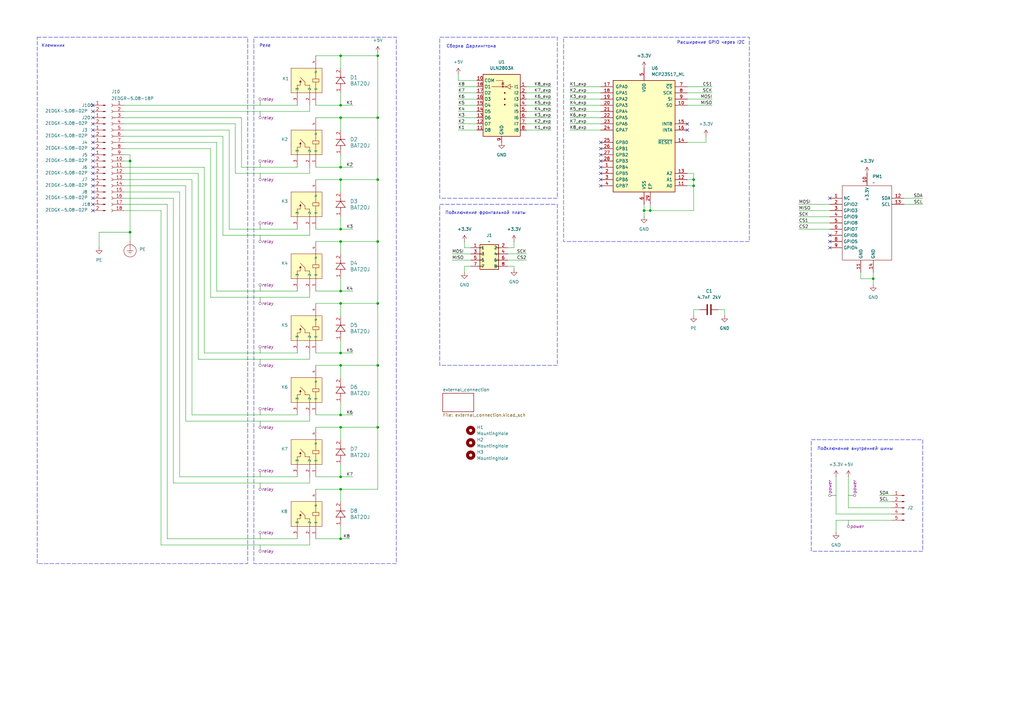
<source format=kicad_sch>
(kicad_sch (version 20231120) (generator "eeschema") (generator_version "8.0")
  (paper "A3")
  (title_block (title "${article} v${version}") (date "2024-05-29") (comment 2 "Konstantin"))
  (junction (at 358.14 114.3))
  (junction (at 154.94 175.26))
  (junction (at 53.34 95.25))
  (junction (at 53.34 66.04))
  (junction (at 154.94 149.86))
  (junction (at 139.7 68.58))
  (junction (at 139.7 170.18))
  (junction (at 154.94 99.06))
  (junction (at 139.7 119.38))
  (junction (at 154.94 73.66))
  (junction (at 139.7 144.78))
  (junction (at 284.48 73.66))
  (junction (at 139.7 124.46))
  (junction (at 139.7 149.86))
  (junction (at 139.7 73.66))
  (junction (at 139.7 43.18))
  (junction (at 154.94 48.26))
  (junction (at 264.16 86.36))
  (junction (at 139.7 48.26))
  (junction (at 139.7 220.98))
  (junction (at 154.94 22.86))
  (junction (at 266.7 86.36))
  (junction (at 139.7 93.98))
  (junction (at 139.7 99.06))
  (junction (at 139.7 22.86))
  (junction (at 139.7 175.26))
  (junction (at 139.7 200.66))
  (junction (at 284.48 76.2))
  (junction (at 139.7 195.58))
  (junction (at 154.94 124.46))
  (no_connect (at 38.1 63.5))
  (no_connect (at 340.36 101.6))
  (no_connect (at 38.1 83.82))
  (no_connect (at 38.1 73.66))
  (no_connect (at 246.38 71.12))
  (no_connect (at 246.38 76.2))
  (no_connect (at 38.1 55.88))
  (no_connect (at 246.38 73.66))
  (no_connect (at 38.1 76.2))
  (no_connect (at 246.38 63.5))
  (no_connect (at 246.38 58.42))
  (no_connect (at 340.36 81.28))
  (no_connect (at 38.1 86.36))
  (no_connect (at 246.38 68.58))
  (no_connect (at 38.1 53.34))
  (no_connect (at 38.1 68.58))
  (no_connect (at 281.94 50.8))
  (no_connect (at 246.38 60.96))
  (no_connect (at 38.1 81.28))
  (no_connect (at 38.1 71.12))
  (no_connect (at 38.1 50.8))
  (no_connect (at 38.1 60.96))
  (no_connect (at 281.94 53.34))
  (no_connect (at 38.1 45.72))
  (no_connect (at 38.1 48.26))
  (no_connect (at 246.38 66.04))
  (no_connect (at 38.1 66.04))
  (no_connect (at 38.1 78.74))
  (no_connect (at 340.36 96.52))
  (no_connect (at 38.1 43.18))
  (no_connect (at 340.36 99.06))
  (no_connect (at 38.1 58.42))
  (wire (pts (xy 139.7 38.1) (xy 139.7 43.18)))
  (wire (pts (xy 342.9 210.82) (xy 365.76 210.82)))
  (wire (pts (xy 281.94 43.18) (xy 292.1 43.18)))
  (wire (pts (xy 127 121.92) (xy 127 119.38)))
  (wire (pts (xy 129.54 124.46) (xy 139.7 124.46)))
  (wire (pts (xy 139.7 165.1) (xy 139.7 170.18)))
  (wire (pts (xy 266.7 86.36) (xy 264.16 86.36)))
  (wire (pts (xy 40.64 95.25) (xy 53.34 95.25)))
  (wire (pts (xy 50.8 66.04) (xy 53.34 66.04)))
  (wire (pts (xy 233.68 40.64) (xy 246.38 40.64)))
  (wire (pts (xy 284.48 76.2) (xy 281.94 76.2)))
  (wire (pts (xy 40.64 101.6) (xy 40.64 95.25)))
  (wire (pts (xy 342.9 213.36) (xy 342.9 218.44)))
  (wire (pts (xy 297.18 129.54) (xy 297.18 127)))
  (wire (pts (xy 347.98 195.58) (xy 347.98 208.28)))
  (wire (pts (xy 284.48 71.12) (xy 284.48 73.66)))
  (wire (pts (xy 50.8 53.34) (xy 93.98 53.34)))
  (wire (pts (xy 139.7 93.98) (xy 144.78 93.98)))
  (wire (pts (xy 93.98 93.98) (xy 93.98 53.34)))
  (wire (pts (xy 154.94 99.06) (xy 154.94 73.66)))
  (wire (pts (xy 284.48 73.66) (xy 284.48 76.2)))
  (wire (pts (xy 139.7 144.78) (xy 144.78 144.78)))
  (wire (pts (xy 154.94 149.86) (xy 154.94 175.26)))
  (wire (pts (xy 53.34 66.04) (xy 53.34 95.25)))
  (wire (pts (xy 281.94 40.64) (xy 292.1 40.64)))
  (wire (pts (xy 127 198.12) (xy 127 195.58)))
  (wire (pts (xy 208.28 101.6) (xy 210.82 101.6)))
  (wire (pts (xy 88.9 119.38) (xy 121.92 119.38)))
  (wire (pts (xy 139.7 200.66) (xy 154.94 200.66)))
  (wire (pts (xy 370.84 81.28) (xy 378.46 81.28)))
  (wire (pts (xy 208.28 106.68) (xy 215.9 106.68)))
  (wire (pts (xy 187.96 33.02) (xy 187.96 30.48)))
  (wire (pts (xy 129.54 68.58) (xy 139.7 68.58)))
  (wire (pts (xy 154.94 22.86) (xy 154.94 48.26)))
  (wire (pts (xy 264.16 83.82) (xy 264.16 86.36)))
  (wire (pts (xy 50.8 73.66) (xy 78.74 73.66)))
  (wire (pts (xy 233.68 50.8) (xy 246.38 50.8)))
  (wire (pts (xy 215.9 40.64) (xy 226.06 40.64)))
  (wire (pts (xy 99.06 48.26) (xy 99.06 68.58)))
  (wire (pts (xy 139.7 22.86) (xy 154.94 22.86)))
  (wire (pts (xy 139.7 175.26) (xy 139.7 180.34)))
  (wire (pts (xy 50.8 43.18) (xy 121.92 43.18)))
  (wire (pts (xy 121.92 68.58) (xy 99.06 68.58)))
  (wire (pts (xy 50.8 45.72) (xy 127 45.72)))
  (wire (pts (xy 86.36 60.96) (xy 86.36 121.92)))
  (wire (pts (xy 187.96 50.8) (xy 195.58 50.8)))
  (wire (pts (xy 233.68 35.56) (xy 246.38 35.56)))
  (wire (pts (xy 327.66 93.98) (xy 340.36 93.98)))
  (wire (pts (xy 139.7 124.46) (xy 154.94 124.46)))
  (wire (pts (xy 342.9 213.36) (xy 365.76 213.36)))
  (wire (pts (xy 50.8 71.12) (xy 81.28 71.12)))
  (wire (pts (xy 287.02 127) (xy 284.48 127)))
  (wire (pts (xy 360.68 203.2) (xy 365.76 203.2)))
  (wire (pts (xy 139.7 124.46) (xy 139.7 129.54)))
  (wire (pts (xy 327.66 88.9) (xy 340.36 88.9)))
  (wire (pts (xy 78.74 170.18) (xy 121.92 170.18)))
  (wire (pts (xy 66.04 223.52) (xy 66.04 86.36)))
  (wire (pts (xy 93.98 93.98) (xy 121.92 93.98)))
  (wire (pts (xy 139.7 114.3) (xy 139.7 119.38)))
  (wire (pts (xy 139.7 190.5) (xy 139.7 195.58)))
  (wire (pts (xy 215.9 35.56) (xy 226.06 35.56)))
  (wire (pts (xy 233.68 53.34) (xy 246.38 53.34)))
  (wire (pts (xy 127 93.98) (xy 127 96.52)))
  (wire (pts (xy 139.7 68.58) (xy 144.78 68.58)))
  (wire (pts (xy 215.9 53.34) (xy 226.06 53.34)))
  (wire (pts (xy 187.96 53.34) (xy 195.58 53.34)))
  (wire (pts (xy 83.82 144.78) (xy 121.92 144.78)))
  (wire (pts (xy 129.54 170.18) (xy 139.7 170.18)))
  (wire (pts (xy 195.58 33.02) (xy 187.96 33.02)))
  (wire (pts (xy 187.96 38.1) (xy 195.58 38.1)))
  (wire (pts (xy 139.7 22.86) (xy 139.7 27.94)))
  (wire (pts (xy 86.36 121.92) (xy 127 121.92)))
  (wire (pts (xy 139.7 119.38) (xy 144.78 119.38)))
  (wire (pts (xy 73.66 78.74) (xy 73.66 195.58)))
  (wire (pts (xy 139.7 220.98) (xy 143.51 220.98)))
  (wire (pts (xy 139.7 48.26) (xy 139.7 53.34)))
  (wire (pts (xy 96.52 50.8) (xy 96.52 71.12)))
  (wire (pts (xy 139.7 73.66) (xy 139.7 78.74)))
  (wire (pts (xy 50.8 58.42) (xy 88.9 58.42)))
  (wire (pts (xy 127 172.72) (xy 127 170.18)))
  (wire (pts (xy 187.96 48.26) (xy 195.58 48.26)))
  (wire (pts (xy 68.58 220.98) (xy 68.58 83.82)))
  (wire (pts (xy 193.04 101.6) (xy 190.5 101.6)))
  (wire (pts (xy 139.7 175.26) (xy 154.94 175.26)))
  (wire (pts (xy 71.12 81.28) (xy 50.8 81.28)))
  (wire (pts (xy 358.14 114.3) (xy 358.14 116.84)))
  (wire (pts (xy 50.8 63.5) (xy 53.34 63.5)))
  (wire (pts (xy 281.94 38.1) (xy 292.1 38.1)))
  (wire (pts (xy 353.06 114.3) (xy 358.14 114.3)))
  (wire (pts (xy 88.9 119.38) (xy 88.9 58.42)))
  (wire (pts (xy 154.94 124.46) (xy 154.94 99.06)))
  (wire (pts (xy 284.48 127) (xy 284.48 129.54)))
  (wire (pts (xy 129.54 200.66) (xy 139.7 200.66)))
  (wire (pts (xy 50.8 78.74) (xy 73.66 78.74)))
  (wire (pts (xy 139.7 43.18) (xy 144.78 43.18)))
  (wire (pts (xy 266.7 86.36) (xy 284.48 86.36)))
  (wire (pts (xy 284.48 76.2) (xy 284.48 86.36)))
  (wire (pts (xy 129.54 43.18) (xy 139.7 43.18)))
  (wire (pts (xy 81.28 147.32) (xy 127 147.32)))
  (wire (pts (xy 139.7 215.9) (xy 139.7 220.98)))
  (wire (pts (xy 289.56 55.88) (xy 289.56 58.42)))
  (wire (pts (xy 210.82 101.6) (xy 210.82 99.06)))
  (wire (pts (xy 91.44 55.88) (xy 91.44 96.52)))
  (wire (pts (xy 281.94 35.56) (xy 292.1 35.56)))
  (wire (pts (xy 129.54 22.86) (xy 139.7 22.86)))
  (wire (pts (xy 129.54 48.26) (xy 139.7 48.26)))
  (wire (pts (xy 78.74 73.66) (xy 78.74 170.18)))
  (wire (pts (xy 154.94 175.26) (xy 154.94 200.66)))
  (wire (pts (xy 187.96 40.64) (xy 195.58 40.64)))
  (wire (pts (xy 139.7 149.86) (xy 139.7 154.94)))
  (wire (pts (xy 327.66 86.36) (xy 340.36 86.36)))
  (wire (pts (xy 185.42 106.68) (xy 193.04 106.68)))
  (wire (pts (xy 233.68 48.26) (xy 246.38 48.26)))
  (wire (pts (xy 193.04 109.22) (xy 190.5 109.22)))
  (wire (pts (xy 187.96 43.18) (xy 195.58 43.18)))
  (wire (pts (xy 370.84 83.82) (xy 378.46 83.82)))
  (wire (pts (xy 297.18 127) (xy 294.64 127)))
  (wire (pts (xy 281.94 71.12) (xy 284.48 71.12)))
  (wire (pts (xy 154.94 21.59) (xy 154.94 22.86)))
  (wire (pts (xy 139.7 195.58) (xy 144.78 195.58)))
  (wire (pts (xy 360.68 205.74) (xy 365.76 205.74)))
  (wire (pts (xy 215.9 38.1) (xy 226.06 38.1)))
  (wire (pts (xy 187.96 45.72) (xy 195.58 45.72)))
  (wire (pts (xy 129.54 99.06) (xy 139.7 99.06)))
  (wire (pts (xy 215.9 50.8) (xy 226.06 50.8)))
  (wire (pts (xy 127 43.18) (xy 127 45.72)))
  (wire (pts (xy 129.54 73.66) (xy 139.7 73.66)))
  (wire (pts (xy 50.8 50.8) (xy 96.52 50.8)))
  (wire (pts (xy 185.42 104.14) (xy 193.04 104.14)))
  (wire (pts (xy 139.7 99.06) (xy 139.7 104.14)))
  (wire (pts (xy 190.5 109.22) (xy 190.5 111.76)))
  (wire (pts (xy 215.9 43.18) (xy 226.06 43.18)))
  (wire (pts (xy 76.2 76.2) (xy 50.8 76.2)))
  (wire (pts (xy 139.7 99.06) (xy 154.94 99.06)))
  (wire (pts (xy 91.44 96.52) (xy 127 96.52)))
  (wire (pts (xy 210.82 109.22) (xy 210.82 110.49)))
  (wire (pts (xy 83.82 68.58) (xy 50.8 68.58)))
  (wire (pts (xy 281.94 73.66) (xy 284.48 73.66)))
  (wire (pts (xy 327.66 91.44) (xy 340.36 91.44)))
  (wire (pts (xy 233.68 43.18) (xy 246.38 43.18)))
  (wire (pts (xy 53.34 95.25) (xy 53.34 99.06)))
  (wire (pts (xy 68.58 220.98) (xy 121.92 220.98)))
  (wire (pts (xy 83.82 144.78) (xy 83.82 68.58)))
  (wire (pts (xy 81.28 71.12) (xy 81.28 147.32)))
  (wire (pts (xy 190.5 101.6) (xy 190.5 99.06)))
  (wire (pts (xy 73.66 195.58) (xy 121.92 195.58)))
  (wire (pts (xy 96.52 71.12) (xy 127 71.12)))
  (wire (pts (xy 139.7 63.5) (xy 139.7 68.58)))
  (wire (pts (xy 139.7 170.18) (xy 144.78 170.18)))
  (wire (pts (xy 53.34 63.5) (xy 53.34 66.04)))
  (wire (pts (xy 50.8 60.96) (xy 86.36 60.96)))
  (wire (pts (xy 208.28 104.14) (xy 215.9 104.14)))
  (wire (pts (xy 50.8 83.82) (xy 68.58 83.82)))
  (wire (pts (xy 139.7 200.66) (xy 139.7 205.74)))
  (wire (pts (xy 50.8 86.36) (xy 66.04 86.36)))
  (wire (pts (xy 154.94 48.26) (xy 154.94 73.66)))
  (wire (pts (xy 127 68.58) (xy 127 71.12)))
  (wire (pts (xy 327.66 83.82) (xy 340.36 83.82)))
  (wire (pts (xy 342.9 195.58) (xy 342.9 210.82)))
  (wire (pts (xy 129.54 149.86) (xy 139.7 149.86)))
  (wire (pts (xy 139.7 48.26) (xy 154.94 48.26)))
  (wire (pts (xy 129.54 144.78) (xy 139.7 144.78)))
  (wire (pts (xy 71.12 198.12) (xy 127 198.12)))
  (wire (pts (xy 129.54 220.98) (xy 139.7 220.98)))
  (wire (pts (xy 233.68 38.1) (xy 246.38 38.1)))
  (wire (pts (xy 347.98 208.28) (xy 365.76 208.28)))
  (wire (pts (xy 139.7 139.7) (xy 139.7 144.78)))
  (wire (pts (xy 358.14 111.76) (xy 358.14 114.3)))
  (wire (pts (xy 154.94 124.46) (xy 154.94 149.86)))
  (wire (pts (xy 71.12 198.12) (xy 71.12 81.28)))
  (wire (pts (xy 139.7 73.66) (xy 154.94 73.66)))
  (wire (pts (xy 129.54 175.26) (xy 139.7 175.26)))
  (wire (pts (xy 266.7 83.82) (xy 266.7 86.36)))
  (wire (pts (xy 215.9 48.26) (xy 226.06 48.26)))
  (wire (pts (xy 139.7 149.86) (xy 154.94 149.86)))
  (wire (pts (xy 187.96 35.56) (xy 195.58 35.56)))
  (wire (pts (xy 215.9 45.72) (xy 226.06 45.72)))
  (wire (pts (xy 233.68 45.72) (xy 246.38 45.72)))
  (wire (pts (xy 289.56 58.42) (xy 281.94 58.42)))
  (wire (pts (xy 127 144.78) (xy 127 147.32)))
  (wire (pts (xy 66.04 223.52) (xy 127 223.52)))
  (wire (pts (xy 76.2 172.72) (xy 127 172.72)))
  (wire (pts (xy 208.28 109.22) (xy 210.82 109.22)))
  (wire (pts (xy 50.8 55.88) (xy 91.44 55.88)))
  (wire (pts (xy 264.16 88.9) (xy 264.16 86.36)))
  (wire (pts (xy 129.54 195.58) (xy 139.7 195.58)))
  (wire (pts (xy 129.54 93.98) (xy 139.7 93.98)))
  (wire (pts (xy 139.7 88.9) (xy 139.7 93.98)))
  (wire (pts (xy 129.54 119.38) (xy 139.7 119.38)))
  (wire (pts (xy 99.06 48.26) (xy 50.8 48.26)))
  (wire (pts (xy 76.2 172.72) (xy 76.2 76.2)))
  (wire (pts (xy 353.06 111.76) (xy 353.06 114.3)))
  (wire (pts (xy 127 223.52) (xy 127 220.98)))
  (rectangle (start 231.14 15.24) (end 307.34 99.06) (stroke (width 0) (type dash)))
  (rectangle (start 180.34 83.82) (end 228.6 149.86) (stroke (width 0) (type dash)))
  (rectangle (start 104.14 15.24) (end 162.56 231.14) (stroke (width 0) (type dash)))
  (rectangle (start 15.24 15.24) (end 101.6 231.14) (stroke (width 0) (type dash)))
  (rectangle (start 332.74 180.34) (end 378.46 226.06) (stroke (width 0) (type dash)))
  (rectangle (start 180.34 15.24) (end 228.6 81.28) (stroke (width 0) (type dash)))
  (text "Расширение GPIO через I2C" (at 291.592 17.526 0) (effects (font (size 1.27 1.27))))
  (text "Реле" (at 108.712 18.796 0) (effects (font (size 1.27 1.27))))
  (text "Сборка Дарлингтона" (at 193.294 19.05 0) (effects (font (size 1.27 1.27))))
  (text "Клеммник" (at 21.844 18.796 0) (effects (font (size 1.27 1.27))))
  (text "Подключение фронтальной платы" (at 199.136 87.376 0) (effects (font (size 1.27 1.27))))
  (text "Подключение внутренней шины" (at 350.774 184.15 0) (effects (font (size 1.27 1.27))))
  (label "SCK" (at 327.66 88.9 0))
  (label "MOSI" (at 185.42 104.14 0))
  (label "MISO" (at 292.1 43.18 180))
  (label "SCL" (at 378.46 83.82 180))
  (label "MOSI" (at 292.1 40.64 180))
  (label "CS1" (at 327.66 91.44 0))
  (label "K6_exp" (at 233.68 48.26 0))
  (label "MOSI" (at 327.66 83.82 0))
  (label "K4_exp" (at 226.06 45.72 180))
  (label "SDA" (at 378.46 81.28 180))
  (label "CS2" (at 215.9 106.68 180))
  (label "K4_exp" (at 233.68 43.18 0))
  (label "K2" (at 144.78 68.58 180))
  (label "K3_exp" (at 226.06 48.26 180))
  (label "SCK" (at 215.9 104.14 180))
  (label "K4" (at 144.78 119.38 180))
  (label "K3" (at 144.78 93.98 180))
  (label "K1" (at 187.96 53.34 0))
  (label "K1_exp" (at 233.68 35.56 0))
  (label "K8_exp" (at 226.06 35.56 180))
  (label "SCK" (at 292.1 38.1 180))
  (label "K2_exp" (at 226.06 50.8 180))
  (label "CS1" (at 292.1 35.56 180))
  (label "CS2" (at 327.66 93.98 0))
  (label "K7_exp" (at 233.68 50.8 0))
  (label "K8" (at 143.51 220.98 180))
  (label "K2_exp" (at 233.68 38.1 0))
  (label "K2" (at 187.96 50.8 0))
  (label "K7" (at 187.96 38.1 0))
  (label "SCL" (at 360.68 205.74 0))
  (label "K6" (at 187.96 40.64 0))
  (label "K8_exp" (at 233.68 53.34 0))
  (label "K6" (at 144.78 170.18 180))
  (label "K5_exp" (at 233.68 45.72 0))
  (label "K1" (at 144.78 43.18 180))
  (label "K8" (at 187.96 35.56 0))
  (label "K5" (at 187.96 43.18 0))
  (label "K3_exp" (at 233.68 40.64 0))
  (label "K3" (at 187.96 48.26 0))
  (label "K6_exp" (at 226.06 40.64 180))
  (label "MISO" (at 185.42 106.68 0))
  (label "K5" (at 144.78 144.78 180))
  (label "K7_exp" (at 226.06 38.1 180))
  (label "K4" (at 187.96 45.72 0))
  (label "SDA" (at 360.68 203.2 0))
  (label "K7" (at 144.78 195.58 180))
  (label "K1_exp" (at 226.06 53.34 180))
  (label "MISO" (at 327.66 86.36 0))
  (label "K5_exp" (at 226.06 43.18 180))
  (netclass_flag "" (length 2.54) (shape round) (at 106.68 147.32 180) (property "Netclass" "relay" (at 107.3785 149.86 0) (effects (font (italic yes)) (justify left))))
  (netclass_flag "" (length 2.54) (shape round) (at 106.68 144.78 0) (property "Netclass" "relay" (at 107.3785 142.24 0) (effects (font (italic yes)) (justify left))))
  (netclass_flag "" (length 2.54) (shape round) (at 342.9 203.2 90) (property "Netclass" "power" (at 340.36 202.5015 90) (effects (font (italic yes)) (justify left))))
  (netclass_flag "" (length 2.54) (shape round) (at 106.68 43.18 0) (property "Netclass" "relay" (at 107.3785 40.64 0) (effects (font (italic yes)) (justify left))))
  (netclass_flag "" (length 2.54) (shape round) (at 106.68 45.72 180) (property "Netclass" "relay" (at 107.3785 48.26 0) (effects (font (italic yes)) (justify left))))
  (netclass_flag "" (length 2.54) (shape round) (at 106.68 195.58 0) (property "Netclass" "relay" (at 107.3785 193.04 0) (effects (font (italic yes)) (justify left))))
  (netclass_flag "" (length 2.54) (shape round) (at 347.98 213.36 180) (property "Netclass" "power" (at 348.6785 215.9 0) (effects (font (italic yes)) (justify left))))
  (netclass_flag "" (length 2.54) (shape round) (at 106.68 170.18 0) (property "Netclass" "relay" (at 107.3785 167.64 0) (effects (font (italic yes)) (justify left))))
  (netclass_flag "" (length 2.54) (shape round) (at 106.68 198.12 180) (property "Netclass" "relay" (at 107.3785 200.66 0) (effects (font (italic yes)) (justify left))))
  (netclass_flag "" (length 2.54) (shape round) (at 106.68 68.58 0) (property "Netclass" "relay" (at 107.3785 66.04 0) (effects (font (italic yes)) (justify left))))
  (netclass_flag "" (length 2.54) (shape round) (at 106.68 121.92 180) (property "Netclass" "relay" (at 107.3785 124.46 0) (effects (font (italic yes)) (justify left))))
  (netclass_flag "" (length 2.54) (shape round) (at 106.68 220.98 0) (property "Netclass" "relay" (at 107.3785 218.44 0) (effects (font (italic yes)) (justify left))))
  (netclass_flag "" (length 2.54) (shape round) (at 106.68 93.98 0) (property "Netclass" "relay" (at 107.3785 91.44 0) (effects (font (italic yes)) (justify left))))
  (netclass_flag "" (length 2.54) (shape round) (at 106.68 96.52 180) (property "Netclass" "relay" (at 107.3785 99.06 0) (effects (font (italic yes)) (justify left))))
  (netclass_flag "" (length 2.54) (shape round) (at 106.68 172.72 180) (property "Netclass" "relay" (at 107.3785 175.26 0) (effects (font (italic yes)) (justify left))))
  (netclass_flag "" (length 2.54) (shape round) (at 106.68 119.38 0) (property "Netclass" "relay" (at 107.3785 116.84 0) (effects (font (italic yes)) (justify left))))
  (netclass_flag "" (length 2.54) (shape round) (at 347.98 203.2 270) (property "Netclass" "power" (at 350.52 202.5015 90) (effects (font (italic yes)) (justify left))))
  (netclass_flag "" (length 2.54) (shape round) (at 106.68 223.52 180) (property "Netclass" "relay" (at 107.3785 226.06 0) (effects (font (italic yes)) (justify left))))
  (netclass_flag "" (length 2.54) (shape round) (at 106.68 71.12 180) (property "Netclass" "relay" (at 107.3785 73.66 0) (effects (font (italic yes)) (justify left))))
  (symbol (lib_id "power:+5V") (at 289.56 55.88 0) (unit 1)
    (property "Reference" "#PWR019" (effects (hide yes)))
    (property "Value" "+3.3V" (at 289.56 50.8 0))
    (property "Description" "Power symbol creates a global label with name \"+5V\"" (effects (hide yes)))
  )
  (symbol (lib_id "kicad_inventree_lib:PE") (at 53.34 99.06 0) (unit 1) (in_bom no)
    (property "Reference" "PE1" (effects (hide yes)))
    (property "Value" "PE" (at 57.15 102.2349 0) (effects (justify left)))
    (property "Footprint" "kicad_inventree_lib:PE" (effects (hide yes)))
    (property "Description" "Power symbol creates a global label with name \"Earth_Protective\"" (effects (hide yes)))
  )
  (symbol (lib_id "kicad_inventree_lib:BAT20J") (at 139.7 63.5 90) (unit 1)
    (property "Reference" "D2" (at 143.51 57.1499 90) (effects (font (size 1.524 1.524)) (justify right)))
    (property "Value" "BAT20J" (at 143.51 59.6899 90) (effects (font (size 1.524 1.524)) (justify right)))
    (property "Footprint" "kicad_inventree_lib:SOD-323_STM-M" (effects (hide yes)))
    (property "Datasheet" "http://inventree.network/part/133/" (effects (hide yes)))
    (property "part_ipn" "BAT20J" (effects (hide yes)))
  )
  (symbol (lib_id "kicad_inventree_lib:G5NB-1A-E-DC5") (at 129.54 147.32 270) (mirror x) (unit 1)
    (property "Reference" "K5" (at 118.11 133.3499 90) (effects (justify right)))
    (property "Value" "G5NB-1A-E-DC5" (effects (hide yes)))
    (property "Footprint" "kicad_inventree_lib:G5NB-1A-E_DC12_RELAY_G5NB-1A_DC5_OMR" (effects (hide yes)))
    (property "Datasheet" "http://inventree.network/part/14/" (effects (hide yes)))
    (property "MF" "Omron Electronics Inc-EMC Div" (effects (hide yes)))
    (property "Description_1" "\nPower PCB Relay, 3A/5A, SPST-NO, 12 VDC, G5NB Series | Omron Electronic Components G5NB-1A-E DC12\n" (effects (hide yes)))
    (property "COPYRIGHT" "Copyright (C) 2023 Ultra Librarian. All rights reserved." (effects (hide yes)))
    (property "Package" "None" (effects (hide yes)))
    (property "Price" "None" (effects (hide yes)))
    (property "Check_prices" "https://www.snapeda.com/parts/G5NB-1A-E%20DC12/Omron+Electronics+Inc-EMC+Div/view-part/?ref=eda" (effects (hide yes)))
    (property "Availability" "In Stock" (effects (hide yes)))
    (property "SnapEDA_Link" "https://www.snapeda.com/parts/G5NB-1A-E%20DC12/Omron+Electronics+Inc-EMC+Div/view-part/?ref=snap" (effects (hide yes)))
    (property "MP" "G5NB-1A-E DC12" (effects (hide yes)))
    (property "Purchase-URL" "https://www.snapeda.com/api/url_track_click_mouser/?unipart_id=3078279&manufacturer=Omron Electronics Inc-EMC Div&part_name=G5NB-1A-E DC12&search_term=g5nb" (effects (hide yes)))
    (property "MFR_NAME" "Omron" (effects (hide yes)))
    (property "MANUFACTURER_PART_NUMBER" "G5NB-1A-E DC12" (effects (hide yes)))
    (property "NextPCB_url" "https://www.hqonline.com/product-detail/oumulong-omron--g5nb-1a-e-5vdc-1025587015" (effects (hide yes)))
    (property "NextPCB_price" "0.88519" (effects (hide yes)))
    (property "part_ipn" "G5NB-1A-E-DC5" (effects (hide yes)))
  )
  (symbol (lib_id "kicad_inventree_lib:G5NB-1A-E-DC5") (at 129.54 96.52 270) (mirror x) (unit 1)
    (property "Reference" "K3" (at 118.11 82.5499 90) (effects (justify right)))
    (property "Value" "G5NB-1A-E-DC5" (effects (hide yes)))
    (property "Footprint" "kicad_inventree_lib:G5NB-1A-E_DC12_RELAY_G5NB-1A_DC5_OMR" (effects (hide yes)))
    (property "Datasheet" "http://inventree.network/part/14/" (effects (hide yes)))
    (property "MF" "Omron Electronics Inc-EMC Div" (effects (hide yes)))
    (property "Description_1" "\nPower PCB Relay, 3A/5A, SPST-NO, 12 VDC, G5NB Series | Omron Electronic Components G5NB-1A-E DC12\n" (effects (hide yes)))
    (property "COPYRIGHT" "Copyright (C) 2023 Ultra Librarian. All rights reserved." (effects (hide yes)))
    (property "Package" "None" (effects (hide yes)))
    (property "Price" "None" (effects (hide yes)))
    (property "Check_prices" "https://www.snapeda.com/parts/G5NB-1A-E%20DC12/Omron+Electronics+Inc-EMC+Div/view-part/?ref=eda" (effects (hide yes)))
    (property "Availability" "In Stock" (effects (hide yes)))
    (property "SnapEDA_Link" "https://www.snapeda.com/parts/G5NB-1A-E%20DC12/Omron+Electronics+Inc-EMC+Div/view-part/?ref=snap" (effects (hide yes)))
    (property "MP" "G5NB-1A-E DC12" (effects (hide yes)))
    (property "Purchase-URL" "https://www.snapeda.com/api/url_track_click_mouser/?unipart_id=3078279&manufacturer=Omron Electronics Inc-EMC Div&part_name=G5NB-1A-E DC12&search_term=g5nb" (effects (hide yes)))
    (property "MFR_NAME" "Omron" (effects (hide yes)))
    (property "MANUFACTURER_PART_NUMBER" "G5NB-1A-E DC12" (effects (hide yes)))
    (property "NextPCB_url" "https://www.hqonline.com/product-detail/oumulong-omron--g5nb-1a-e-5vdc-1025587015" (effects (hide yes)))
    (property "NextPCB_price" "0.88519" (effects (hide yes)))
    (property "part_ipn" "G5NB-1A-E-DC5" (effects (hide yes)))
  )
  (symbol (lib_id "kicad_inventree_lib:PinHeader_01x05_P2.54_THT_angle") (at 370.84 208.28 0) (mirror y) (unit 1)
    (property "Reference" "J2" (at 372.11 208.2799 0) (effects (justify right)))
    (property "Value" "PinHeader_01x05_P2.54_THT_angle" (effects (hide yes)))
    (property "Footprint" "Connector_PinHeader_2.54mm:PinHeader_1x05_P2.54mm_Horizontal" (effects (hide yes)))
    (property "Datasheet" "http://inventree.network/part/110/" (effects (hide yes)))
    (property "Description" "Generic connector, single row, 01x05, script generated" (effects (hide yes)))
    (property "part_ipn" "PinHeader_01x05_P2.54_THT_angle" (effects (hide yes)))
  )
  (symbol (lib_id "kicad_inventree_lib:G5NB-1A-E-DC5") (at 129.54 223.52 270) (mirror x) (unit 1)
    (property "Reference" "K8" (at 116.586 209.804 90))
    (property "Value" "G5NB-1A-E-DC5" (effects (hide yes)))
    (property "Footprint" "kicad_inventree_lib:G5NB-1A-E_DC12_RELAY_G5NB-1A_DC5_OMR" (effects (hide yes)))
    (property "Datasheet" "http://inventree.network/part/14/" (effects (hide yes)))
    (property "MF" "Omron Electronics Inc-EMC Div" (effects (hide yes)))
    (property "Description_1" "\nPower PCB Relay, 3A/5A, SPST-NO, 12 VDC, G5NB Series | Omron Electronic Components G5NB-1A-E DC12\n" (effects (hide yes)))
    (property "COPYRIGHT" "Copyright (C) 2023 Ultra Librarian. All rights reserved." (effects (hide yes)))
    (property "Package" "None" (effects (hide yes)))
    (property "Price" "None" (effects (hide yes)))
    (property "Check_prices" "https://www.snapeda.com/parts/G5NB-1A-E%20DC12/Omron+Electronics+Inc-EMC+Div/view-part/?ref=eda" (effects (hide yes)))
    (property "Availability" "In Stock" (effects (hide yes)))
    (property "SnapEDA_Link" "https://www.snapeda.com/parts/G5NB-1A-E%20DC12/Omron+Electronics+Inc-EMC+Div/view-part/?ref=snap" (effects (hide yes)))
    (property "MP" "G5NB-1A-E DC12" (effects (hide yes)))
    (property "Purchase-URL" "https://www.snapeda.com/api/url_track_click_mouser/?unipart_id=3078279&manufacturer=Omron Electronics Inc-EMC Div&part_name=G5NB-1A-E DC12&search_term=g5nb" (effects (hide yes)))
    (property "MFR_NAME" "Omron" (effects (hide yes)))
    (property "MANUFACTURER_PART_NUMBER" "G5NB-1A-E DC12" (effects (hide yes)))
    (property "NextPCB_url" "https://www.hqonline.com/product-detail/oumulong-omron--g5nb-1a-e-5vdc-1025587015" (effects (hide yes)))
    (property "NextPCB_price" "0.88519" (effects (hide yes)))
    (property "part_ipn" "G5NB-1A-E-DC5" (effects (hide yes)))
  )
  (symbol (lib_id "kicad_inventree_lib:Degson_2EDGK-5.08-02P") (at 38.1 68.58 0) (mirror y) (unit 1) (on_board no)
    (property "Reference" "J6" (at 33.528 68.58 0) (effects (justify right)))
    (property "Value" "2EDGK-5.08-02P" (at 18.542 70.866 0) (effects (justify right)))
    (property "Datasheet" "http://inventree.network/part/18/" (effects (hide yes)))
    (property "Description" "Generic connector, single row, 01x02, script generated" (effects (hide yes)))
    (property "NextPCB_url" "https://www.hqonline.com/product-detail/max-maixu--mx2edgk-5-08-02p-gn01-cu-y-a-1027943030" (effects (hide yes)))
    (property "NextPCB_price" "0.11828" (effects (hide yes)))
    (property "part_ipn" "2EDGK-5.08-02P" (effects (hide yes)))
  )
  (symbol (lib_id "kicad_inventree_lib:BAT20J") (at 139.7 165.1 90) (unit 1)
    (property "Reference" "D6" (at 143.51 158.7499 90) (effects (font (size 1.524 1.524)) (justify right)))
    (property "Value" "BAT20J" (at 143.51 161.2899 90) (effects (font (size 1.524 1.524)) (justify right)))
    (property "Footprint" "kicad_inventree_lib:SOD-323_STM-M" (effects (hide yes)))
    (property "Datasheet" "http://inventree.network/part/133/" (effects (hide yes)))
    (property "part_ipn" "BAT20J" (effects (hide yes)))
  )
  (symbol (lib_id "kicad_inventree_lib:Degson_2EDGK-5.08-02P") (at 38.1 48.26 0) (mirror y) (unit 1) (on_board no)
    (property "Reference" "J20" (at 33.528 48.26 0) (effects (justify right)))
    (property "Value" "2EDGK-5.08-02P" (at 18.542 50.546 0) (effects (justify right)))
    (property "Datasheet" "http://inventree.network/part/18/" (effects (hide yes)))
    (property "Description" "Generic connector, single row, 01x02, script generated" (effects (hide yes)))
    (property "NextPCB_url" "https://www.hqonline.com/product-detail/max-maixu--mx2edgk-5-08-02p-gn01-cu-y-a-1027943030" (effects (hide yes)))
    (property "NextPCB_price" "0.11828" (effects (hide yes)))
    (property "part_ipn" "2EDGK-5.08-02P" (effects (hide yes)))
  )
  (symbol (lib_id "kicad_inventree_lib:MCP23S17_ML") (at 264.16 55.88 0) (mirror y) (unit 1)
    (property "Reference" "U6" (at 267.1765 27.94 0) (effects (justify right)))
    (property "Value" "MCP23S17_ML" (at 267.1765 30.48 0) (effects (justify right)))
    (property "Footprint" "Package_DFN_QFN:QFN-28-1EP_6x6mm_P0.65mm_EP4.25x4.25mm" (effects (hide yes)))
    (property "Datasheet" "http://inventree.network/part/106/" (effects (hide yes)))
    (property "Description" "16-bit I/O expander, SPI, interrupts, w pull-ups, QFN-28" (effects (hide yes)))
    (property "part_ipn" "MCP23S17-E/ML" (effects (hide yes)))
  )
  (symbol (lib_id "kicad_inventree_lib:Degson_2EDGK-5.08-02P") (at 38.1 43.18 0) (mirror y) (unit 1) (on_board no)
    (property "Reference" "J100" (at 33.528 43.18 0) (effects (justify right)))
    (property "Value" "2EDGK-5.08-02P" (at 18.542 45.466 0) (effects (justify right)))
    (property "Datasheet" "http://inventree.network/part/18/" (effects (hide yes)))
    (property "Description" "Generic connector, single row, 01x02, script generated" (effects (hide yes)))
    (property "NextPCB_url" "https://www.hqonline.com/product-detail/max-maixu--mx2edgk-5-08-02p-gn01-cu-y-a-1027943030" (effects (hide yes)))
    (property "NextPCB_price" "0.11828" (effects (hide yes)))
    (property "part_ipn" "2EDGK-5.08-02P" (effects (hide yes)))
  )
  (symbol (lib_id "power:+5V") (at 190.5 99.06 0) (unit 1)
    (property "Reference" "#PWR01" (effects (hide yes)))
    (property "Value" "+3.3V" (at 190.5 93.98 0))
    (property "Description" "Power symbol creates a global label with name \"+5V\"" (effects (hide yes)))
  )
  (symbol (lib_id "kicad_inventree_lib:ULN2803A") (at 205.74 40.64 0) (mirror y) (unit 1)
    (property "Reference" "U1" (at 205.74 25.4 0))
    (property "Value" "ULN2803A" (at 205.74 27.94 0))
    (property "Footprint" "NextPCB:ULN2803A" (effects (hide yes)))
    (property "Datasheet" "http://inventree.network/part/16/" (effects (hide yes)))
    (property "Description" "Darlington Transistor Arrays, SOIC18/DIP18" (effects (hide yes)))
    (property "NextPCB_url" "https://www.hqonline.com/product-detail/darlington-triodes-umw-uln2803a-1012648161" (effects (hide yes)))
    (property "NextPCB_price" "0.08449" (effects (hide yes)))
    (property "part_ipn" "ULN2803A" (effects (hide yes)))
  )
  (symbol (lib_id "power:+5V") (at 355.6 71.12 0) (unit 1)
    (property "Reference" "#PWR04" (effects (hide yes)))
    (property "Value" "+3.3V" (at 355.6 66.04 0))
    (property "Description" "Power symbol creates a global label with name \"+5V\"" (effects (hide yes)))
  )
  (symbol (lib_id "power:+5V") (at 347.98 195.58 0) (unit 1)
    (property "Reference" "#PWR011" (effects (hide yes)))
    (property "Value" "+5V" (at 347.98 190.5 0))
    (property "Description" "Power symbol creates a global label with name \"+5V\"" (effects (hide yes)))
  )
  (symbol (lib_id "kicad_inventree_lib:G5NB-1A-E-DC5") (at 129.54 71.12 270) (mirror x) (unit 1)
    (property "Reference" "K2" (at 118.11 57.1499 90) (effects (justify right)))
    (property "Value" "G5NB-1A-E-DC5" (effects (hide yes)))
    (property "Footprint" "kicad_inventree_lib:G5NB-1A-E_DC12_RELAY_G5NB-1A_DC5_OMR" (effects (hide yes)))
    (property "Datasheet" "http://inventree.network/part/14/" (effects (hide yes)))
    (property "MF" "Omron Electronics Inc-EMC Div" (effects (hide yes)))
    (property "Description_1" "\nPower PCB Relay, 3A/5A, SPST-NO, 12 VDC, G5NB Series | Omron Electronic Components G5NB-1A-E DC12\n" (effects (hide yes)))
    (property "COPYRIGHT" "Copyright (C) 2023 Ultra Librarian. All rights reserved." (effects (hide yes)))
    (property "Package" "None" (effects (hide yes)))
    (property "Price" "None" (effects (hide yes)))
    (property "Check_prices" "https://www.snapeda.com/parts/G5NB-1A-E%20DC12/Omron+Electronics+Inc-EMC+Div/view-part/?ref=eda" (effects (hide yes)))
    (property "Availability" "In Stock" (effects (hide yes)))
    (property "SnapEDA_Link" "https://www.snapeda.com/parts/G5NB-1A-E%20DC12/Omron+Electronics+Inc-EMC+Div/view-part/?ref=snap" (effects (hide yes)))
    (property "MP" "G5NB-1A-E DC12" (effects (hide yes)))
    (property "Purchase-URL" "https://www.snapeda.com/api/url_track_click_mouser/?unipart_id=3078279&manufacturer=Omron Electronics Inc-EMC Div&part_name=G5NB-1A-E DC12&search_term=g5nb" (effects (hide yes)))
    (property "MFR_NAME" "Omron" (effects (hide yes)))
    (property "MANUFACTURER_PART_NUMBER" "G5NB-1A-E DC12" (effects (hide yes)))
    (property "NextPCB_url" "https://www.hqonline.com/product-detail/oumulong-omron--g5nb-1a-e-5vdc-1025587015" (effects (hide yes)))
    (property "NextPCB_price" "0.88519" (effects (hide yes)))
    (property "part_ipn" "G5NB-1A-E-DC5" (effects (hide yes)))
  )
  (symbol (lib_id "kicad_inventree_lib:G5NB-1A-E-DC5") (at 129.54 121.92 270) (mirror x) (unit 1)
    (property "Reference" "K4" (at 118.11 107.9499 90) (effects (justify right)))
    (property "Value" "G5NB-1A-E-DC5" (effects (hide yes)))
    (property "Footprint" "kicad_inventree_lib:G5NB-1A-E_DC12_RELAY_G5NB-1A_DC5_OMR" (effects (hide yes)))
    (property "Datasheet" "http://inventree.network/part/14/" (effects (hide yes)))
    (property "MF" "Omron Electronics Inc-EMC Div" (effects (hide yes)))
    (property "Description_1" "\nPower PCB Relay, 3A/5A, SPST-NO, 12 VDC, G5NB Series | Omron Electronic Components G5NB-1A-E DC12\n" (effects (hide yes)))
    (property "COPYRIGHT" "Copyright (C) 2023 Ultra Librarian. All rights reserved." (effects (hide yes)))
    (property "Package" "None" (effects (hide yes)))
    (property "Price" "None" (effects (hide yes)))
    (property "Check_prices" "https://www.snapeda.com/parts/G5NB-1A-E%20DC12/Omron+Electronics+Inc-EMC+Div/view-part/?ref=eda" (effects (hide yes)))
    (property "Availability" "In Stock" (effects (hide yes)))
    (property "SnapEDA_Link" "https://www.snapeda.com/parts/G5NB-1A-E%20DC12/Omron+Electronics+Inc-EMC+Div/view-part/?ref=snap" (effects (hide yes)))
    (property "MP" "G5NB-1A-E DC12" (effects (hide yes)))
    (property "Purchase-URL" "https://www.snapeda.com/api/url_track_click_mouser/?unipart_id=3078279&manufacturer=Omron Electronics Inc-EMC Div&part_name=G5NB-1A-E DC12&search_term=g5nb" (effects (hide yes)))
    (property "MFR_NAME" "Omron" (effects (hide yes)))
    (property "MANUFACTURER_PART_NUMBER" "G5NB-1A-E DC12" (effects (hide yes)))
    (property "NextPCB_url" "https://www.hqonline.com/product-detail/oumulong-omron--g5nb-1a-e-5vdc-1025587015" (effects (hide yes)))
    (property "NextPCB_price" "0.88519" (effects (hide yes)))
    (property "part_ipn" "G5NB-1A-E-DC5" (effects (hide yes)))
  )
  (symbol (lib_id "kicad_inventree_lib:G5NB-1A-E-DC5") (at 129.54 45.72 270) (mirror x) (unit 1)
    (property "Reference" "K1" (at 115.824 32.258 90) (effects (justify left)))
    (property "Value" "G5NB-1A-E-DC5" (effects (hide yes)))
    (property "Footprint" "kicad_inventree_lib:G5NB-1A-E_DC12_RELAY_G5NB-1A_DC5_OMR" (effects (hide yes)))
    (property "Datasheet" "http://inventree.network/part/14/" (effects (hide yes)))
    (property "MF" "Omron Electronics Inc-EMC Div" (effects (hide yes)))
    (property "Description_1" "\nPower PCB Relay, 3A/5A, SPST-NO, 12 VDC, G5NB Series | Omron Electronic Components G5NB-1A-E DC12\n" (effects (hide yes)))
    (property "COPYRIGHT" "Copyright (C) 2023 Ultra Librarian. All rights reserved." (effects (hide yes)))
    (property "Package" "None" (effects (hide yes)))
    (property "Price" "None" (effects (hide yes)))
    (property "Check_prices" "https://www.snapeda.com/parts/G5NB-1A-E%20DC12/Omron+Electronics+Inc-EMC+Div/view-part/?ref=eda" (effects (hide yes)))
    (property "Availability" "In Stock" (effects (hide yes)))
    (property "SnapEDA_Link" "https://www.snapeda.com/parts/G5NB-1A-E%20DC12/Omron+Electronics+Inc-EMC+Div/view-part/?ref=snap" (effects (hide yes)))
    (property "MP" "G5NB-1A-E DC12" (effects (hide yes)))
    (property "Purchase-URL" "https://www.snapeda.com/api/url_track_click_mouser/?unipart_id=3078279&manufacturer=Omron Electronics Inc-EMC Div&part_name=G5NB-1A-E DC12&search_term=g5nb" (effects (hide yes)))
    (property "MFR_NAME" "Omron" (effects (hide yes)))
    (property "MANUFACTURER_PART_NUMBER" "G5NB-1A-E DC12" (effects (hide yes)))
    (property "NextPCB_url" "https://www.hqonline.com/product-detail/oumulong-omron--g5nb-1a-e-5vdc-1025587015" (effects (hide yes)))
    (property "NextPCB_price" "0.88519" (effects (hide yes)))
    (property "part_ipn" "G5NB-1A-E-DC5" (effects (hide yes)))
  )
  (symbol (lib_id "kicad_inventree_lib:Degson_2EDGK-5.08-02P") (at 38.1 53.34 0) (mirror y) (unit 1) (on_board no)
    (property "Reference" "J3" (at 33.528 53.34 0) (effects (justify right)))
    (property "Value" "2EDGK-5.08-02P" (at 18.542 55.626 0) (effects (justify right)))
    (property "Datasheet" "http://inventree.network/part/18/" (effects (hide yes)))
    (property "Description" "Generic connector, single row, 01x02, script generated" (effects (hide yes)))
    (property "NextPCB_url" "https://www.hqonline.com/product-detail/max-maixu--mx2edgk-5-08-02p-gn01-cu-y-a-1027943030" (effects (hide yes)))
    (property "NextPCB_price" "0.11828" (effects (hide yes)))
    (property "part_ipn" "2EDGK-5.08-02P" (effects (hide yes)))
  )
  (symbol (lib_id "power:GND") (at 210.82 110.49 0) (unit 1)
    (property "Reference" "#PWR013" (effects (hide yes)))
    (property "Value" "GND" (at 210.82 115.57 0))
    (property "Description" "Power symbol creates a global label with name \"GND\" , ground" (effects (hide yes)))
  )
  (symbol (lib_id "kicad_inventree_lib:PM-front-02x04") (at 200.66 100.33 0) (unit 1) (in_bom no)
    (property "Reference" "J1" (at 200.66 96.52 0))
    (property "Value" "~" (at 200.66 99.06 0))
    (property "Footprint" "kicad_inventree_lib:PM-front-02x04" (effects (hide yes)))
  )
  (symbol (lib_id "power:GND") (at 358.14 116.84 0) (unit 1)
    (property "Reference" "#PWR09" (effects (hide yes)))
    (property "Value" "GND" (at 358.14 121.92 0))
    (property "Description" "Power symbol creates a global label with name \"GND\" , ground" (effects (hide yes)))
  )
  (symbol (lib_id "kicad_inventree_lib:Degson_2EDGR-5.08-18P") (at 45.72 43.18 0) (mirror y) (unit 1)
    (property "Reference" "J10" (at 47.498 37.592 0))
    (property "Value" "2EDGR-5.08-18P" (at 54.356 40.386 0))
    (property "Footprint" "NextPCB:Degson_2EDGR-5.08-18P" (effects (hide yes)))
    (property "Datasheet" "http://inventree.network/part/19/" (effects (hide yes)))
    (property "Description" "01x18" (effects (hide yes)))
    (property "NextPCB_url" "https://www.hqonline.com/product-detail/terminal-blocks-kangnex-wj2edgr-5-08-18p-2500349376" (effects (hide yes)))
    (property "NextPCB_price" "0.17085" (effects (hide yes)))
    (property "part_ipn" "2EDGR-5.08-18P" (effects (hide yes)))
  )
  (symbol (lib_id "kicad_inventree_lib:BAT20J") (at 139.7 88.9 90) (unit 1)
    (property "Reference" "D3" (at 143.51 82.5499 90) (effects (font (size 1.524 1.524)) (justify right)))
    (property "Value" "BAT20J" (at 143.51 85.0899 90) (effects (font (size 1.524 1.524)) (justify right)))
    (property "Footprint" "kicad_inventree_lib:SOD-323_STM-M" (effects (hide yes)))
    (property "Datasheet" "http://inventree.network/part/133/" (effects (hide yes)))
    (property "part_ipn" "BAT20J" (effects (hide yes)))
  )
  (symbol (lib_id "kicad_inventree_lib:G5NB-1A-E-DC5") (at 129.54 172.72 270) (mirror x) (unit 1)
    (property "Reference" "K6" (at 118.11 158.7499 90) (effects (justify right)))
    (property "Value" "G5NB-1A-E-DC5" (effects (hide yes)))
    (property "Footprint" "kicad_inventree_lib:G5NB-1A-E_DC12_RELAY_G5NB-1A_DC5_OMR" (effects (hide yes)))
    (property "Datasheet" "http://inventree.network/part/14/" (effects (hide yes)))
    (property "MF" "Omron Electronics Inc-EMC Div" (effects (hide yes)))
    (property "Description_1" "\nPower PCB Relay, 3A/5A, SPST-NO, 12 VDC, G5NB Series | Omron Electronic Components G5NB-1A-E DC12\n" (effects (hide yes)))
    (property "COPYRIGHT" "Copyright (C) 2023 Ultra Librarian. All rights reserved." (effects (hide yes)))
    (property "Package" "None" (effects (hide yes)))
    (property "Price" "None" (effects (hide yes)))
    (property "Check_prices" "https://www.snapeda.com/parts/G5NB-1A-E%20DC12/Omron+Electronics+Inc-EMC+Div/view-part/?ref=eda" (effects (hide yes)))
    (property "Availability" "In Stock" (effects (hide yes)))
    (property "SnapEDA_Link" "https://www.snapeda.com/parts/G5NB-1A-E%20DC12/Omron+Electronics+Inc-EMC+Div/view-part/?ref=snap" (effects (hide yes)))
    (property "MP" "G5NB-1A-E DC12" (effects (hide yes)))
    (property "Purchase-URL" "https://www.snapeda.com/api/url_track_click_mouser/?unipart_id=3078279&manufacturer=Omron Electronics Inc-EMC Div&part_name=G5NB-1A-E DC12&search_term=g5nb" (effects (hide yes)))
    (property "MFR_NAME" "Omron" (effects (hide yes)))
    (property "MANUFACTURER_PART_NUMBER" "G5NB-1A-E DC12" (effects (hide yes)))
    (property "NextPCB_url" "https://www.hqonline.com/product-detail/oumulong-omron--g5nb-1a-e-5vdc-1025587015" (effects (hide yes)))
    (property "NextPCB_price" "0.88519" (effects (hide yes)))
    (property "part_ipn" "G5NB-1A-E-DC5" (effects (hide yes)))
  )
  (symbol (lib_id "kicad_inventree_lib:Degson_2EDGK-5.08-02P") (at 38.1 83.82 0) (mirror y) (unit 1) (on_board no)
    (property "Reference" "J18" (at 33.528 83.82 0) (effects (justify right)))
    (property "Value" "2EDGK-5.08-02P" (at 18.542 86.106 0) (effects (justify right)))
    (property "Datasheet" "http://inventree.network/part/18/" (effects (hide yes)))
    (property "Description" "Generic connector, single row, 01x02, script generated" (effects (hide yes)))
    (property "NextPCB_url" "https://www.hqonline.com/product-detail/max-maixu--mx2edgk-5-08-02p-gn01-cu-y-a-1027943030" (effects (hide yes)))
    (property "NextPCB_price" "0.11828" (effects (hide yes)))
    (property "part_ipn" "2EDGK-5.08-02P" (effects (hide yes)))
  )
  (symbol (lib_id "power:GND") (at 190.5 111.76 0) (unit 1)
    (property "Reference" "#PWR014" (effects (hide yes)))
    (property "Value" "GND" (at 190.5 116.84 0))
    (property "Description" "Power symbol creates a global label with name \"GND\" , ground" (effects (hide yes)))
  )
  (symbol (lib_id "kicad_inventree_lib:BAT20J") (at 139.7 215.9 90) (unit 1)
    (property "Reference" "D8" (at 143.51 209.5499 90) (effects (font (size 1.524 1.524)) (justify right)))
    (property "Value" "BAT20J" (at 143.51 212.0899 90) (effects (font (size 1.524 1.524)) (justify right)))
    (property "Footprint" "kicad_inventree_lib:SOD-323_STM-M" (effects (hide yes)))
    (property "Datasheet" "http://inventree.network/part/133/" (effects (hide yes)))
    (property "part_ipn" "BAT20J" (effects (hide yes)))
  )
  (symbol (lib_id "power:+5V") (at 210.82 99.06 0) (unit 1)
    (property "Reference" "#PWR012" (effects (hide yes)))
    (property "Value" "+3.3V" (at 210.82 93.98 0))
    (property "Description" "Power symbol creates a global label with name \"+5V\"" (effects (hide yes)))
  )
  (symbol (lib_id "power:GND") (at 264.16 88.9 0) (unit 1)
    (property "Reference" "#PWR06" (effects (hide yes)))
    (property "Value" "GND" (at 264.16 93.98 0))
    (property "Description" "Power symbol creates a global label with name \"GND\" , ground" (effects (hide yes)))
  )
  (symbol (lib_id "kicad_inventree_lib:G5NB-1A-E-DC5") (at 129.54 198.12 270) (mirror x) (unit 1)
    (property "Reference" "K7" (at 118.11 184.1499 90) (effects (justify right)))
    (property "Value" "G5NB-1A-E-DC5" (effects (hide yes)))
    (property "Footprint" "kicad_inventree_lib:G5NB-1A-E_DC12_RELAY_G5NB-1A_DC5_OMR" (effects (hide yes)))
    (property "Datasheet" "http://inventree.network/part/14/" (effects (hide yes)))
    (property "MF" "Omron Electronics Inc-EMC Div" (effects (hide yes)))
    (property "Description_1" "\nPower PCB Relay, 3A/5A, SPST-NO, 12 VDC, G5NB Series | Omron Electronic Components G5NB-1A-E DC12\n" (effects (hide yes)))
    (property "COPYRIGHT" "Copyright (C) 2023 Ultra Librarian. All rights reserved." (effects (hide yes)))
    (property "Package" "None" (effects (hide yes)))
    (property "Price" "None" (effects (hide yes)))
    (property "Check_prices" "https://www.snapeda.com/parts/G5NB-1A-E%20DC12/Omron+Electronics+Inc-EMC+Div/view-part/?ref=eda" (effects (hide yes)))
    (property "Availability" "In Stock" (effects (hide yes)))
    (property "SnapEDA_Link" "https://www.snapeda.com/parts/G5NB-1A-E%20DC12/Omron+Electronics+Inc-EMC+Div/view-part/?ref=snap" (effects (hide yes)))
    (property "MP" "G5NB-1A-E DC12" (effects (hide yes)))
    (property "Purchase-URL" "https://www.snapeda.com/api/url_track_click_mouser/?unipart_id=3078279&manufacturer=Omron Electronics Inc-EMC Div&part_name=G5NB-1A-E DC12&search_term=g5nb" (effects (hide yes)))
    (property "MFR_NAME" "Omron" (effects (hide yes)))
    (property "MANUFACTURER_PART_NUMBER" "G5NB-1A-E DC12" (effects (hide yes)))
    (property "NextPCB_url" "https://www.hqonline.com/product-detail/oumulong-omron--g5nb-1a-e-5vdc-1025587015" (effects (hide yes)))
    (property "NextPCB_price" "0.88519" (effects (hide yes)))
    (property "part_ipn" "G5NB-1A-E-DC5" (effects (hide yes)))
  )
  (symbol (lib_id "power:GND") (at 284.48 129.54 0) (unit 1)
    (property "Reference" "#PWR016" (effects (hide yes)))
    (property "Value" "PE" (at 284.48 134.62 0))
    (property "Description" "Power symbol creates a global label with name \"GND\" , ground" (effects (hide yes)))
  )
  (symbol (lib_id "kicad_inventree_lib:Degson_2EDGK-5.08-02P") (at 38.1 73.66 0) (mirror y) (unit 1) (on_board no)
    (property "Reference" "J7" (at 33.528 73.66 0) (effects (justify right)))
    (property "Value" "2EDGK-5.08-02P" (at 18.542 75.946 0) (effects (justify right)))
    (property "Datasheet" "http://inventree.network/part/18/" (effects (hide yes)))
    (property "Description" "Generic connector, single row, 01x02, script generated" (effects (hide yes)))
    (property "NextPCB_url" "https://www.hqonline.com/product-detail/max-maixu--mx2edgk-5-08-02p-gn01-cu-y-a-1027943030" (effects (hide yes)))
    (property "NextPCB_price" "0.11828" (effects (hide yes)))
    (property "part_ipn" "2EDGK-5.08-02P" (effects (hide yes)))
  )
  (symbol (lib_id "power:+5V") (at 154.94 21.59 0) (unit 1)
    (property "Reference" "#PWR07" (effects (hide yes)))
    (property "Value" "+5V" (at 154.94 16.51 0))
    (property "Description" "Power symbol creates a global label with name \"+5V\"" (effects (hide yes)))
  )
  (symbol (lib_id "kicad_inventree_lib:Degson_2EDGK-5.08-02P") (at 38.1 78.74 0) (mirror y) (unit 1) (on_board no)
    (property "Reference" "J8" (at 33.528 78.74 0) (effects (justify right)))
    (property "Value" "2EDGK-5.08-02P" (at 18.542 81.026 0) (effects (justify right)))
    (property "Datasheet" "http://inventree.network/part/18/" (effects (hide yes)))
    (property "Description" "Generic connector, single row, 01x02, script generated" (effects (hide yes)))
    (property "NextPCB_url" "https://www.hqonline.com/product-detail/max-maixu--mx2edgk-5-08-02p-gn01-cu-y-a-1027943030" (effects (hide yes)))
    (property "NextPCB_price" "0.11828" (effects (hide yes)))
    (property "part_ipn" "2EDGK-5.08-02P" (effects (hide yes)))
  )
  (symbol (lib_id "power:+5V") (at 342.9 195.58 0) (unit 1)
    (property "Reference" "#PWR010" (effects (hide yes)))
    (property "Value" "+3.3V" (at 342.9 190.5 0))
    (property "Description" "Power symbol creates a global label with name \"+5V\"" (effects (hide yes)))
  )
  (symbol (lib_id "kicad_inventree_lib:BAT20J") (at 139.7 139.7 90) (unit 1)
    (property "Reference" "D5" (at 143.51 133.3499 90) (effects (font (size 1.524 1.524)) (justify right)))
    (property "Value" "BAT20J" (at 143.51 135.8899 90) (effects (font (size 1.524 1.524)) (justify right)))
    (property "Footprint" "kicad_inventree_lib:SOD-323_STM-M" (effects (hide yes)))
    (property "Datasheet" "http://inventree.network/part/133/" (effects (hide yes)))
    (property "part_ipn" "BAT20J" (effects (hide yes)))
  )
  (symbol (lib_id "kicad_inventree_lib:BAT20J") (at 139.7 190.5 90) (unit 1)
    (property "Reference" "D7" (at 143.51 184.1499 90) (effects (font (size 1.524 1.524)) (justify right)))
    (property "Value" "BAT20J" (at 143.51 186.6899 90) (effects (font (size 1.524 1.524)) (justify right)))
    (property "Footprint" "kicad_inventree_lib:SOD-323_STM-M" (effects (hide yes)))
    (property "Datasheet" "http://inventree.network/part/133/" (effects (hide yes)))
    (property "part_ipn" "BAT20J" (effects (hide yes)))
  )
  (symbol (lib_id "kicad_inventree_lib:Degson_2EDGK-5.08-02P") (at 38.1 58.42 0) (mirror y) (unit 1) (on_board no)
    (property "Reference" "J4" (at 33.528 58.42 0) (effects (justify right)))
    (property "Value" "2EDGK-5.08-02P" (at 18.542 60.706 0) (effects (justify right)))
    (property "Datasheet" "http://inventree.network/part/18/" (effects (hide yes)))
    (property "Description" "Generic connector, single row, 01x02, script generated" (effects (hide yes)))
    (property "NextPCB_url" "https://www.hqonline.com/product-detail/max-maixu--mx2edgk-5-08-02p-gn01-cu-y-a-1027943030" (effects (hide yes)))
    (property "NextPCB_price" "0.11828" (effects (hide yes)))
    (property "part_ipn" "2EDGK-5.08-02P" (effects (hide yes)))
  )
  (symbol (lib_name "BAT20J_1") (lib_id "kicad_inventree_lib:BAT20J") (at 139.7 38.1 90) (unit 1)
    (property "Reference" "D1" (at 143.51 31.7499 90) (effects (font (size 1.524 1.524)) (justify right)))
    (property "Value" "BAT20J" (at 143.51 34.2899 90) (effects (font (size 1.524 1.524)) (justify right)))
    (property "Footprint" "kicad_inventree_lib:SOD-323_STM-M" (effects (hide yes)))
    (property "Datasheet" "http://inventree.network/part/133/" (effects (hide yes)))
    (property "part_ipn" "BAT20J" (effects (hide yes)))
  )
  (symbol (lib_id "power:GND") (at 297.18 129.54 0) (unit 1)
    (property "Reference" "#PWR015" (effects (hide yes)))
    (property "Value" "GND" (at 297.18 134.62 0))
    (property "Description" "Power symbol creates a global label with name \"GND\" , ground" (effects (hide yes)))
  )
  (symbol (lib_id "power:GND") (at 342.9 218.44 0) (unit 1)
    (property "Reference" "#PWR08" (effects (hide yes)))
    (property "Value" "GND" (at 342.9 223.52 0))
    (property "Description" "Power symbol creates a global label with name \"GND\" , ground" (effects (hide yes)))
  )
  (symbol (lib_id "power:+5V") (at 264.16 27.94 0) (unit 1)
    (property "Reference" "#PWR05" (effects (hide yes)))
    (property "Value" "+3.3V" (at 264.16 22.86 0))
    (property "Description" "Power symbol creates a global label with name \"+5V\"" (effects (hide yes)))
  )
  (symbol (lib_id "power:GND") (at 40.64 101.6 0) (unit 1)
    (property "Reference" "#PWR017" (effects (hide yes)))
    (property "Value" "PE" (at 40.64 106.68 0))
    (property "Description" "Power symbol creates a global label with name \"GND\" , ground" (effects (hide yes)))
  )
  (symbol (lib_id "power:GND") (at 205.74 58.42 0) (unit 1)
    (property "Reference" "#PWR03" (effects (hide yes)))
    (property "Value" "GND" (at 205.74 63.5 0))
    (property "Description" "Power symbol creates a global label with name \"GND\" , ground" (effects (hide yes)))
  )
  (symbol (lib_id "Mechanical:MountingHole") (at 193.04 181.61 0) (unit 1) (exclude_from_sim yes) (in_bom no)
    (property "Reference" "H2" (at 195.58 180.3399 0) (effects (justify left)))
    (property "Value" "MountingHole" (at 195.58 182.8799 0) (effects (justify left)))
    (property "Footprint" "MountingHole:MountingHole_3.2mm_M3" (effects (hide yes)))
    (property "Description" "Mounting Hole without connection" (effects (hide yes)))
  )
  (symbol (lib_id "kicad_inventree_lib:Degson_2EDGK-5.08-02P") (at 38.1 63.5 0) (mirror y) (unit 1) (on_board no)
    (property "Reference" "J5" (at 33.528 63.5 0) (effects (justify right)))
    (property "Value" "2EDGK-5.08-02P" (at 18.542 65.786 0) (effects (justify right)))
    (property "Datasheet" "http://inventree.network/part/18/" (effects (hide yes)))
    (property "Description" "Generic connector, single row, 01x02, script generated" (effects (hide yes)))
    (property "NextPCB_url" "https://www.hqonline.com/product-detail/max-maixu--mx2edgk-5-08-02p-gn01-cu-y-a-1027943030" (effects (hide yes)))
    (property "NextPCB_price" "0.11828" (effects (hide yes)))
    (property "part_ipn" "2EDGK-5.08-02P" (effects (hide yes)))
  )
  (symbol (lib_id "Mechanical:MountingHole") (at 193.04 186.69 0) (unit 1) (exclude_from_sim yes) (in_bom no)
    (property "Reference" "H3" (at 195.58 185.4199 0) (effects (justify left)))
    (property "Value" "MountingHole" (at 195.58 187.9599 0) (effects (justify left)))
    (property "Footprint" "MountingHole:MountingHole_3.2mm_M3" (effects (hide yes)))
    (property "Description" "Mounting Hole without connection" (effects (hide yes)))
  )
  (symbol (lib_id "kicad_inventree_lib:BAT20J") (at 139.7 114.3 90) (unit 1)
    (property "Reference" "D4" (at 143.51 107.9499 90) (effects (font (size 1.524 1.524)) (justify right)))
    (property "Value" "BAT20J" (at 143.51 110.4899 90) (effects (font (size 1.524 1.524)) (justify right)))
    (property "Footprint" "kicad_inventree_lib:SOD-323_STM-M" (effects (hide yes)))
    (property "Datasheet" "http://inventree.network/part/133/" (effects (hide yes)))
    (property "part_ipn" "BAT20J" (effects (hide yes)))
  )
  (symbol (lib_id "kicad_inventree_lib:C_4.7nF_2kV_1812") (at 290.83 127 90) (unit 1)
    (property "Reference" "C1" (at 290.83 119.38 90))
    (property "Value" "4.7nF 2kV" (at 290.83 121.92 90))
    (property "Footprint" "Capacitor_SMD:C_1812_4532Metric_Pad1.57x3.40mm_HandSolder" (effects (hide yes)))
    (property "Datasheet" "http://inventree.network/part/112/" (effects (hide yes)))
    (property "Description" "Unpolarized capacitor" (effects (hide yes)))
    (property "part_ipn" "C_4.7nF_2kV_1812" (effects (hide yes)))
  )
  (symbol (lib_id "kicad_inventree_lib:PM-ESP32C3") (at 355.6 76.2 0) (unit 1)
    (property "Reference" "PM1" (at 357.7941 72.39 0) (effects (justify left)))
    (property "Value" "~" (at 357.7941 74.93 0) (effects (justify left)))
    (property "Footprint" "kicad_inventree_lib:PM-ESP32C3" (effects (hide yes)))
    (property "part_ipn" "PM-ESP32C3" (effects (hide yes)))
  )
  (symbol (lib_id "power:+5V") (at 187.96 30.48 0) (unit 1)
    (property "Reference" "#PWR02" (effects (hide yes)))
    (property "Value" "+5V" (at 187.96 25.4 0))
    (property "Description" "Power symbol creates a global label with name \"+5V\"" (effects (hide yes)))
  )
  (symbol (lib_id "Mechanical:MountingHole") (at 193.04 176.53 0) (unit 1) (exclude_from_sim yes) (in_bom no)
    (property "Reference" "H1" (at 195.58 175.2599 0) (effects (justify left)))
    (property "Value" "MountingHole" (at 195.58 177.7999 0) (effects (justify left)))
    (property "Footprint" "MountingHole:MountingHole_3.2mm_M3" (effects (hide yes)))
    (property "Description" "Mounting Hole without connection" (effects (hide yes)))
  )
  (sheet (at 181.61 161.29) (size 12.7 7.62) (stroke (width 0.1524))
    (property "Sheetname" "external_connection" (at 181.61 160.5784 0) (effects (justify left bottom)))
    (property "Sheetfile" "external_connection.kicad_sch" (at 181.61 169.4946 0) (effects (justify left top)))
  )
)
</source>
